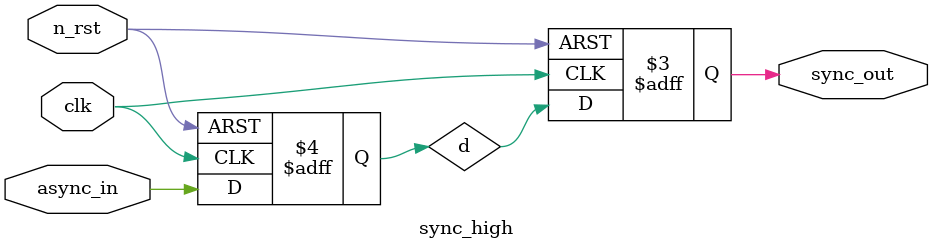
<source format=sv>


module sync_high(
 input logic clk,
 input logic n_rst,
 input logic async_in,
 output logic sync_out
);
reg d;
always_ff @(posedge clk, negedge n_rst ) begin : sync
    if(n_rst == 0) begin
        d <= 1;
        sync_out <= 1;
    end else begin
        d <= async_in;
        sync_out <= d;
    end
end

endmodule

</source>
